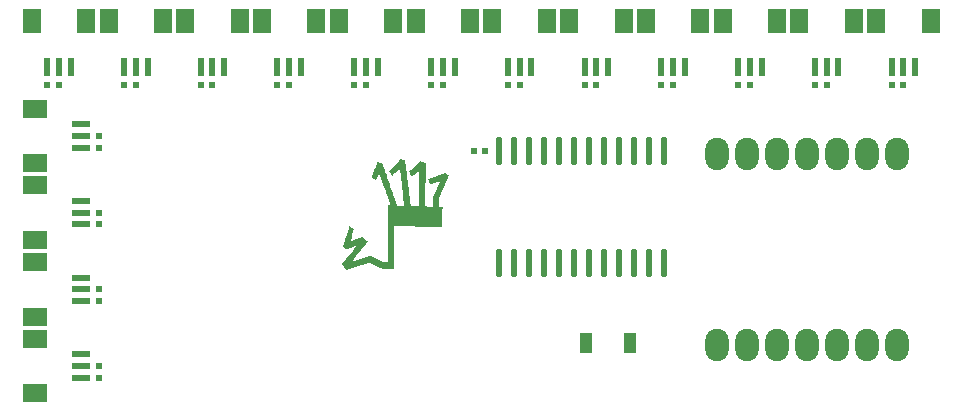
<source format=gbr>
%TF.GenerationSoftware,KiCad,Pcbnew,8.0.1*%
%TF.CreationDate,2025-02-04T00:39:20-05:00*%
%TF.ProjectId,glove-v3-right,676c6f76-652d-4763-932d-72696768742e,rev?*%
%TF.SameCoordinates,Original*%
%TF.FileFunction,Paste,Top*%
%TF.FilePolarity,Positive*%
%FSLAX46Y46*%
G04 Gerber Fmt 4.6, Leading zero omitted, Abs format (unit mm)*
G04 Created by KiCad (PCBNEW 8.0.1) date 2025-02-04 00:39:20*
%MOMM*%
%LPD*%
G01*
G04 APERTURE LIST*
G04 Aperture macros list*
%AMRoundRect*
0 Rectangle with rounded corners*
0 $1 Rounding radius*
0 $2 $3 $4 $5 $6 $7 $8 $9 X,Y pos of 4 corners*
0 Add a 4 corners polygon primitive as box body*
4,1,4,$2,$3,$4,$5,$6,$7,$8,$9,$2,$3,0*
0 Add four circle primitives for the rounded corners*
1,1,$1+$1,$2,$3*
1,1,$1+$1,$4,$5*
1,1,$1+$1,$6,$7*
1,1,$1+$1,$8,$9*
0 Add four rect primitives between the rounded corners*
20,1,$1+$1,$2,$3,$4,$5,0*
20,1,$1+$1,$4,$5,$6,$7,0*
20,1,$1+$1,$6,$7,$8,$9,0*
20,1,$1+$1,$8,$9,$2,$3,0*%
G04 Aperture macros list end*
%ADD10C,0.000000*%
%ADD11R,0.600000X0.600000*%
%ADD12R,0.600000X1.550000*%
%ADD13R,1.500000X2.000000*%
%ADD14R,1.550000X0.600000*%
%ADD15R,2.000000X1.500000*%
%ADD16R,1.000000X1.800000*%
%ADD17RoundRect,1.000000X-0.000010X0.375000X-0.000010X-0.375000X0.000010X-0.375000X0.000010X0.375000X0*%
%ADD18O,0.570000X2.390000*%
G04 APERTURE END LIST*
D10*
%TO.C,G\u002A\u002A\u002A*%
G36*
X134137939Y-38143479D02*
G01*
X134168748Y-38153583D01*
X134213651Y-38168904D01*
X134269003Y-38188204D01*
X134320038Y-38206272D01*
X134387670Y-38230584D01*
X134436915Y-38249085D01*
X134470880Y-38263360D01*
X134492672Y-38274993D01*
X134505397Y-38285567D01*
X134512161Y-38296667D01*
X134515043Y-38305713D01*
X134517345Y-38320414D01*
X134522272Y-38356484D01*
X134529674Y-38412730D01*
X134539400Y-38487961D01*
X134551302Y-38580986D01*
X134565229Y-38690614D01*
X134581031Y-38815653D01*
X134598559Y-38954912D01*
X134617661Y-39107199D01*
X134638190Y-39271324D01*
X134659993Y-39446095D01*
X134682922Y-39630320D01*
X134706827Y-39822808D01*
X134731557Y-40022369D01*
X134756963Y-40227810D01*
X134758051Y-40236614D01*
X134783437Y-40441824D01*
X134808139Y-40640933D01*
X134832009Y-40832771D01*
X134854899Y-41016167D01*
X134876661Y-41189952D01*
X134897145Y-41352954D01*
X134916205Y-41504005D01*
X134933690Y-41641934D01*
X134949454Y-41765570D01*
X134963347Y-41873743D01*
X134975222Y-41965284D01*
X134984929Y-42039021D01*
X134992321Y-42093785D01*
X134997248Y-42128406D01*
X134999564Y-42141713D01*
X134999620Y-42141812D01*
X135012234Y-42144074D01*
X135044012Y-42146936D01*
X135091446Y-42150236D01*
X135151026Y-42153814D01*
X135219246Y-42157507D01*
X135292596Y-42161155D01*
X135367569Y-42164595D01*
X135440657Y-42167667D01*
X135508350Y-42170209D01*
X135567142Y-42172059D01*
X135613523Y-42173056D01*
X135643986Y-42173039D01*
X135654956Y-42171970D01*
X135655801Y-42160265D01*
X135657084Y-42127444D01*
X135658769Y-42075114D01*
X135660820Y-42004880D01*
X135663200Y-41918347D01*
X135665873Y-41817121D01*
X135668801Y-41702807D01*
X135671949Y-41577010D01*
X135675280Y-41441336D01*
X135678757Y-41297390D01*
X135682344Y-41146778D01*
X135686003Y-40991106D01*
X135689699Y-40831977D01*
X135693395Y-40670999D01*
X135697054Y-40509776D01*
X135700640Y-40349914D01*
X135704116Y-40193018D01*
X135707445Y-40040694D01*
X135710592Y-39894547D01*
X135713519Y-39756183D01*
X135716189Y-39627206D01*
X135718567Y-39509223D01*
X135720615Y-39403838D01*
X135722298Y-39312658D01*
X135723577Y-39237287D01*
X135724418Y-39179332D01*
X135724783Y-39140397D01*
X135724636Y-39122087D01*
X135724483Y-39120853D01*
X135715020Y-39126772D01*
X135689743Y-39145304D01*
X135650635Y-39174921D01*
X135599680Y-39214099D01*
X135538861Y-39261311D01*
X135470161Y-39315032D01*
X135395564Y-39373736D01*
X135389540Y-39378493D01*
X135314317Y-39437715D01*
X135244620Y-39492237D01*
X135182471Y-39540504D01*
X135129893Y-39580959D01*
X135088909Y-39612047D01*
X135061542Y-39632212D01*
X135049814Y-39639898D01*
X135049638Y-39639929D01*
X135042027Y-39630188D01*
X135026916Y-39603546D01*
X135006139Y-39563825D01*
X134981531Y-39514848D01*
X134954923Y-39460438D01*
X134928152Y-39404417D01*
X134903049Y-39350608D01*
X134881450Y-39302834D01*
X134865188Y-39264918D01*
X134856096Y-39240683D01*
X134854921Y-39234022D01*
X134857810Y-39230081D01*
X134865341Y-39222052D01*
X134878527Y-39208999D01*
X134898380Y-39189982D01*
X134925914Y-39164063D01*
X134962143Y-39130305D01*
X135008078Y-39087769D01*
X135064734Y-39035517D01*
X135133123Y-38972611D01*
X135214259Y-38898112D01*
X135309154Y-38811083D01*
X135418821Y-38710585D01*
X135542054Y-38597715D01*
X135804608Y-38357280D01*
X136019369Y-38425826D01*
X136085780Y-38447332D01*
X136144886Y-38467061D01*
X136193214Y-38483804D01*
X136227288Y-38496355D01*
X136243637Y-38503507D01*
X136244322Y-38504016D01*
X136245781Y-38516738D01*
X136246876Y-38551008D01*
X136247609Y-38605649D01*
X136247984Y-38679484D01*
X136248005Y-38771334D01*
X136247676Y-38880022D01*
X136246999Y-39004370D01*
X136245979Y-39143202D01*
X136244618Y-39295338D01*
X136242921Y-39459601D01*
X136240939Y-39630842D01*
X136238117Y-39858902D01*
X136235420Y-40067271D01*
X136232790Y-40258988D01*
X136230171Y-40437093D01*
X136227506Y-40604622D01*
X136224738Y-40764616D01*
X136221811Y-40920112D01*
X136218667Y-41074149D01*
X136215251Y-41229765D01*
X136211505Y-41389999D01*
X136207373Y-41557890D01*
X136202798Y-41736475D01*
X136198716Y-41891484D01*
X136190976Y-42182596D01*
X136517245Y-42191013D01*
X136600999Y-42193006D01*
X136677134Y-42194497D01*
X136742754Y-42195455D01*
X136794965Y-42195848D01*
X136830872Y-42195647D01*
X136847581Y-42194820D01*
X136848389Y-42194555D01*
X136849878Y-42182455D01*
X136851913Y-42150262D01*
X136854381Y-42100602D01*
X136857165Y-42036100D01*
X136860153Y-41959384D01*
X136863229Y-41873079D01*
X136865769Y-41795973D01*
X136878274Y-41402265D01*
X137188115Y-40705793D01*
X137240573Y-40587578D01*
X137290011Y-40475589D01*
X137335694Y-40371530D01*
X137376885Y-40277107D01*
X137412847Y-40194025D01*
X137442845Y-40123987D01*
X137466143Y-40068699D01*
X137482004Y-40029867D01*
X137489692Y-40009193D01*
X137490221Y-40006188D01*
X137478137Y-40009092D01*
X137446913Y-40018699D01*
X137398873Y-40034237D01*
X137336343Y-40054935D01*
X137261647Y-40080020D01*
X137177110Y-40108722D01*
X137085057Y-40140267D01*
X137052484Y-40151495D01*
X136958428Y-40183680D01*
X136871072Y-40213026D01*
X136792740Y-40238792D01*
X136725758Y-40260238D01*
X136672451Y-40276624D01*
X136635142Y-40287210D01*
X136616157Y-40291255D01*
X136614284Y-40291005D01*
X136605491Y-40275133D01*
X136591573Y-40242721D01*
X136573913Y-40197720D01*
X136553900Y-40144080D01*
X136532917Y-40085753D01*
X136512351Y-40026689D01*
X136493586Y-39970839D01*
X136478009Y-39922153D01*
X136467006Y-39884582D01*
X136461961Y-39862077D01*
X136462256Y-39857527D01*
X136474442Y-39852031D01*
X136506115Y-39839229D01*
X136555483Y-39819810D01*
X136620756Y-39794463D01*
X136700144Y-39763877D01*
X136791856Y-39728742D01*
X136894101Y-39689746D01*
X137005089Y-39647577D01*
X137123029Y-39602926D01*
X137173274Y-39583949D01*
X137873761Y-39319578D01*
X138036988Y-39418629D01*
X138091134Y-39451529D01*
X138138045Y-39480113D01*
X138174467Y-39502394D01*
X138197147Y-39516381D01*
X138203183Y-39520234D01*
X138199305Y-39530839D01*
X138187200Y-39560924D01*
X138167479Y-39609028D01*
X138140749Y-39673691D01*
X138107620Y-39753451D01*
X138068701Y-39846847D01*
X138024601Y-39952418D01*
X137975928Y-40068703D01*
X137923293Y-40194240D01*
X137867304Y-40327568D01*
X137808570Y-40467227D01*
X137797556Y-40493393D01*
X137388961Y-41463997D01*
X137381935Y-41810619D01*
X137380008Y-41898262D01*
X137377938Y-41979442D01*
X137375823Y-42051130D01*
X137373764Y-42110291D01*
X137371861Y-42153896D01*
X137370212Y-42178911D01*
X137369694Y-42182811D01*
X137368429Y-42197667D01*
X137375910Y-42205288D01*
X137397264Y-42208080D01*
X137424361Y-42208450D01*
X137465481Y-42209422D01*
X137518595Y-42211924D01*
X137573061Y-42215441D01*
X137579642Y-42215943D01*
X137675043Y-42223369D01*
X137667734Y-42599432D01*
X137665831Y-42700102D01*
X137663692Y-42817960D01*
X137661412Y-42947469D01*
X137659087Y-43083090D01*
X137656811Y-43219285D01*
X137654679Y-43350517D01*
X137653004Y-43457149D01*
X137645584Y-43938801D01*
X137422855Y-43931347D01*
X137378969Y-43929973D01*
X137314349Y-43928084D01*
X137230985Y-43925734D01*
X137130863Y-43922976D01*
X137015974Y-43919862D01*
X136888305Y-43916447D01*
X136749845Y-43912784D01*
X136602583Y-43908924D01*
X136448507Y-43904922D01*
X136289605Y-43900831D01*
X136127866Y-43896704D01*
X136097754Y-43895939D01*
X135930398Y-43891686D01*
X135761764Y-43887383D01*
X135594260Y-43883091D01*
X135430295Y-43878875D01*
X135272278Y-43874795D01*
X135122619Y-43870915D01*
X134983725Y-43867297D01*
X134858007Y-43864003D01*
X134747873Y-43861096D01*
X134655733Y-43858638D01*
X134586255Y-43856755D01*
X134475359Y-43853719D01*
X134357125Y-43850497D01*
X134237113Y-43847239D01*
X134120884Y-43844096D01*
X134013997Y-43841218D01*
X133922012Y-43838756D01*
X133890170Y-43837909D01*
X133603213Y-43830294D01*
X133601792Y-44814953D01*
X133601547Y-44962692D01*
X133601251Y-45103971D01*
X133600910Y-45237129D01*
X133600532Y-45360507D01*
X133600124Y-45472444D01*
X133599694Y-45571281D01*
X133599247Y-45655359D01*
X133598792Y-45723016D01*
X133598335Y-45772594D01*
X133597883Y-45802432D01*
X133597530Y-45810977D01*
X133597041Y-45823953D01*
X133596539Y-45857819D01*
X133596034Y-45910735D01*
X133595536Y-45980860D01*
X133595053Y-46066356D01*
X133594596Y-46165383D01*
X133594175Y-46276100D01*
X133593798Y-46396668D01*
X133593475Y-46525247D01*
X133593269Y-46629232D01*
X133591848Y-47436122D01*
X133110032Y-47436122D01*
X132628217Y-47436122D01*
X132063200Y-47184686D01*
X131498183Y-46933249D01*
X131451167Y-46947221D01*
X131431832Y-46953142D01*
X131392870Y-46965223D01*
X131336287Y-46982837D01*
X131264092Y-47005354D01*
X131178290Y-47032145D01*
X131080890Y-47062583D01*
X130973898Y-47096038D01*
X130859321Y-47131882D01*
X130739167Y-47169486D01*
X130615442Y-47208222D01*
X130490155Y-47247460D01*
X130365310Y-47286573D01*
X130242917Y-47324931D01*
X130124982Y-47361906D01*
X130013512Y-47396869D01*
X129910514Y-47429191D01*
X129817995Y-47458245D01*
X129737963Y-47483400D01*
X129672425Y-47504030D01*
X129623386Y-47519504D01*
X129592856Y-47529194D01*
X129584357Y-47531937D01*
X129537448Y-47547441D01*
X129411872Y-47369612D01*
X129367786Y-47307201D01*
X129323739Y-47244878D01*
X129283147Y-47187476D01*
X129249432Y-47139831D01*
X129229262Y-47111362D01*
X129172229Y-47030941D01*
X129803430Y-46243991D01*
X129896777Y-46127498D01*
X129985859Y-46016112D01*
X130069671Y-45911100D01*
X130147211Y-45813728D01*
X130217475Y-45725265D01*
X130279459Y-45646977D01*
X130332161Y-45580132D01*
X130374575Y-45525997D01*
X130405700Y-45485839D01*
X130424532Y-45460925D01*
X130430124Y-45452534D01*
X130419009Y-45455770D01*
X130389161Y-45466889D01*
X130342816Y-45484999D01*
X130282207Y-45509203D01*
X130209568Y-45538607D01*
X130127132Y-45572317D01*
X130037134Y-45609437D01*
X130000031Y-45624826D01*
X129906601Y-45663625D01*
X129818999Y-45699979D01*
X129739613Y-45732898D01*
X129670829Y-45761393D01*
X129615037Y-45784476D01*
X129574623Y-45801158D01*
X129551976Y-45810448D01*
X129548692Y-45811770D01*
X129537009Y-45813979D01*
X129522763Y-45810362D01*
X129503082Y-45798981D01*
X129475098Y-45777898D01*
X129435938Y-45745173D01*
X129386746Y-45702390D01*
X129340509Y-45661351D01*
X129300945Y-45625354D01*
X129270957Y-45597112D01*
X129253446Y-45579336D01*
X129250128Y-45574750D01*
X129253293Y-45561257D01*
X129262689Y-45528345D01*
X129277688Y-45478010D01*
X129297658Y-45412253D01*
X129321969Y-45333071D01*
X129349991Y-45242464D01*
X129381093Y-45142429D01*
X129414645Y-45034966D01*
X129450015Y-44922073D01*
X129486575Y-44805748D01*
X129523693Y-44687989D01*
X129560738Y-44570797D01*
X129597081Y-44456168D01*
X129632091Y-44346102D01*
X129665137Y-44242597D01*
X129695588Y-44147651D01*
X129722816Y-44063264D01*
X129746188Y-43991434D01*
X129765075Y-43934158D01*
X129778846Y-43893437D01*
X129786870Y-43871268D01*
X129788641Y-43867698D01*
X129800830Y-43873287D01*
X129829459Y-43888959D01*
X129871537Y-43912998D01*
X129924076Y-43943689D01*
X129984087Y-43979316D01*
X130005995Y-43992449D01*
X130213716Y-44117278D01*
X130049930Y-44618986D01*
X130016761Y-44720912D01*
X129986004Y-44816055D01*
X129958336Y-44902272D01*
X129934436Y-44977421D01*
X129914980Y-45039361D01*
X129900648Y-45085950D01*
X129892116Y-45115045D01*
X129889967Y-45124517D01*
X129900871Y-45120995D01*
X129930543Y-45109386D01*
X129976862Y-45090570D01*
X130037709Y-45065426D01*
X130110967Y-45034834D01*
X130194514Y-44999673D01*
X130286233Y-44960823D01*
X130358410Y-44930091D01*
X130823030Y-44731842D01*
X131082338Y-44926091D01*
X131149037Y-44976397D01*
X131209381Y-45022567D01*
X131261076Y-45062791D01*
X131301827Y-45095262D01*
X131329339Y-45118171D01*
X131341316Y-45129708D01*
X131341647Y-45130468D01*
X131334697Y-45140591D01*
X131314492Y-45167220D01*
X131282001Y-45209130D01*
X131238192Y-45265097D01*
X131184032Y-45333896D01*
X131120491Y-45414304D01*
X131048535Y-45505096D01*
X130969133Y-45605048D01*
X130883254Y-45712936D01*
X130791864Y-45827536D01*
X130695933Y-45947623D01*
X130653859Y-46000228D01*
X130556396Y-46122135D01*
X130463133Y-46238968D01*
X130375030Y-46349514D01*
X130293048Y-46452561D01*
X130218147Y-46546896D01*
X130151287Y-46631304D01*
X130093429Y-46704575D01*
X130045532Y-46765493D01*
X130008557Y-46812847D01*
X129983464Y-46845423D01*
X129971214Y-46862009D01*
X129970136Y-46863926D01*
X129981288Y-46861029D01*
X130012231Y-46851352D01*
X130061253Y-46835467D01*
X130126636Y-46813945D01*
X130206666Y-46787357D01*
X130299627Y-46756275D01*
X130403805Y-46721271D01*
X130517484Y-46682916D01*
X130638949Y-46641781D01*
X130742639Y-46606554D01*
X130869525Y-46563453D01*
X130990279Y-46522571D01*
X131103152Y-46484489D01*
X131206398Y-46449792D01*
X131298270Y-46419061D01*
X131377020Y-46392881D01*
X131440902Y-46371833D01*
X131488168Y-46356502D01*
X131517072Y-46347470D01*
X131525802Y-46345172D01*
X131538693Y-46349724D01*
X131570333Y-46362784D01*
X131618764Y-46383495D01*
X131682025Y-46410998D01*
X131758158Y-46444433D01*
X131845202Y-46482943D01*
X131941199Y-46525669D01*
X132044189Y-46571752D01*
X132096382Y-46595194D01*
X132652236Y-46845160D01*
X132836700Y-46845160D01*
X133021164Y-46845160D01*
X133027896Y-46734355D01*
X133028606Y-46711881D01*
X133029361Y-46667839D01*
X133030152Y-46603387D01*
X133030974Y-46519686D01*
X133031820Y-46417896D01*
X133032683Y-46299176D01*
X133033558Y-46164688D01*
X133034438Y-46015591D01*
X133035315Y-45853044D01*
X133036184Y-45678209D01*
X133037039Y-45492245D01*
X133037872Y-45296312D01*
X133038677Y-45091570D01*
X133039448Y-44879179D01*
X133040178Y-44660300D01*
X133040861Y-44436091D01*
X133040976Y-44396078D01*
X133041645Y-44172155D01*
X133042356Y-43953984D01*
X133043104Y-43742677D01*
X133043883Y-43539350D01*
X133044686Y-43345118D01*
X133045508Y-43161095D01*
X133046341Y-42988396D01*
X133047180Y-42828136D01*
X133048019Y-42681428D01*
X133048852Y-42549389D01*
X133049672Y-42433132D01*
X133050473Y-42333773D01*
X133051250Y-42252425D01*
X133051995Y-42190205D01*
X133052703Y-42148225D01*
X133053368Y-42127602D01*
X133053515Y-42125988D01*
X133059707Y-42083371D01*
X133173571Y-42083371D01*
X133225953Y-42082871D01*
X133259133Y-42081016D01*
X133276622Y-42077266D01*
X133281933Y-42071084D01*
X133281118Y-42066911D01*
X133276517Y-42054341D01*
X133264644Y-42021708D01*
X133245974Y-41970323D01*
X133220981Y-41901491D01*
X133190141Y-41816520D01*
X133153926Y-41716718D01*
X133112811Y-41603393D01*
X133067272Y-41477852D01*
X133017781Y-41341402D01*
X132964814Y-41195351D01*
X132908845Y-41041007D01*
X132850349Y-40879677D01*
X132795620Y-40728723D01*
X132735279Y-40562336D01*
X132677043Y-40401848D01*
X132621383Y-40248557D01*
X132568774Y-40103763D01*
X132519688Y-39968764D01*
X132474598Y-39844860D01*
X132433978Y-39733349D01*
X132398301Y-39635530D01*
X132368040Y-39552703D01*
X132343667Y-39486165D01*
X132325657Y-39437216D01*
X132314481Y-39407155D01*
X132310649Y-39397307D01*
X132304151Y-39404356D01*
X132288782Y-39429162D01*
X132265944Y-39469210D01*
X132237042Y-39521981D01*
X132203478Y-39584959D01*
X132167035Y-39654890D01*
X132130034Y-39726295D01*
X132096271Y-39790793D01*
X132067180Y-39845696D01*
X132044193Y-39888321D01*
X132028745Y-39915981D01*
X132022334Y-39925965D01*
X132010918Y-39921170D01*
X131984786Y-39905225D01*
X131947414Y-39880604D01*
X131902283Y-39849777D01*
X131852870Y-39815217D01*
X131802654Y-39779397D01*
X131755114Y-39744787D01*
X131713728Y-39713861D01*
X131681974Y-39689091D01*
X131663332Y-39672948D01*
X131659884Y-39668382D01*
X131663994Y-39656045D01*
X131675939Y-39624570D01*
X131694957Y-39575861D01*
X131720292Y-39511821D01*
X131751184Y-39434355D01*
X131786874Y-39345366D01*
X131826603Y-39246760D01*
X131869613Y-39140440D01*
X131905573Y-39051849D01*
X131958279Y-38922384D01*
X132003234Y-38812471D01*
X132041131Y-38720557D01*
X132072663Y-38645090D01*
X132098521Y-38584520D01*
X132119398Y-38537294D01*
X132135988Y-38501861D01*
X132148981Y-38476670D01*
X132159071Y-38460167D01*
X132166951Y-38450802D01*
X132173313Y-38447023D01*
X132175627Y-38446728D01*
X132199345Y-38447802D01*
X132238436Y-38450675D01*
X132288381Y-38454904D01*
X132344662Y-38460049D01*
X132402761Y-38465667D01*
X132458160Y-38471316D01*
X132506341Y-38476556D01*
X132542786Y-38480944D01*
X132562978Y-38484039D01*
X132565517Y-38484840D01*
X132569733Y-38495915D01*
X132581056Y-38527335D01*
X132599096Y-38577989D01*
X132623462Y-38646767D01*
X132653764Y-38732556D01*
X132689611Y-38834247D01*
X132730613Y-38950727D01*
X132776377Y-39080885D01*
X132826515Y-39223611D01*
X132880635Y-39377793D01*
X132938346Y-39542319D01*
X132999258Y-39716079D01*
X133062980Y-39897961D01*
X133129122Y-40086855D01*
X133197292Y-40281648D01*
X133201983Y-40295055D01*
X133270242Y-40490150D01*
X133336461Y-40679391D01*
X133400253Y-40861671D01*
X133461228Y-41035880D01*
X133518999Y-41200909D01*
X133573177Y-41355650D01*
X133623374Y-41498994D01*
X133669201Y-41629832D01*
X133710270Y-41747055D01*
X133746192Y-41849555D01*
X133776580Y-41936222D01*
X133801045Y-42005949D01*
X133819198Y-42057626D01*
X133830652Y-42090145D01*
X133835017Y-42102397D01*
X133835048Y-42102467D01*
X133846312Y-42103324D01*
X133877280Y-42104677D01*
X133924934Y-42106420D01*
X133986258Y-42108450D01*
X134058233Y-42110660D01*
X134128983Y-42112699D01*
X134219608Y-42115073D01*
X134289937Y-42116467D01*
X134342383Y-42116820D01*
X134379363Y-42116066D01*
X134403289Y-42114142D01*
X134416577Y-42110985D01*
X134421641Y-42106530D01*
X134421916Y-42104967D01*
X134420817Y-42090028D01*
X134417406Y-42054298D01*
X134411856Y-41999356D01*
X134404341Y-41926778D01*
X134395031Y-41838140D01*
X134384100Y-41735019D01*
X134371719Y-41618993D01*
X134358062Y-41491638D01*
X134343299Y-41354531D01*
X134327605Y-41209249D01*
X134311150Y-41057368D01*
X134294108Y-40900465D01*
X134276651Y-40740118D01*
X134258951Y-40577902D01*
X134241180Y-40415395D01*
X134223511Y-40254174D01*
X134206116Y-40095814D01*
X134189167Y-39941895D01*
X134172837Y-39793990D01*
X134157298Y-39653679D01*
X134142723Y-39522538D01*
X134129284Y-39402142D01*
X134117152Y-39294070D01*
X134106502Y-39199898D01*
X134097503Y-39121202D01*
X134090331Y-39059561D01*
X134085155Y-39016549D01*
X134082150Y-38993745D01*
X134081503Y-38990398D01*
X134071510Y-38995569D01*
X134046425Y-39013795D01*
X134008420Y-39043345D01*
X133959667Y-39082491D01*
X133902338Y-39129502D01*
X133838605Y-39182650D01*
X133813459Y-39203842D01*
X133743120Y-39263256D01*
X133674275Y-39321346D01*
X133609999Y-39375522D01*
X133553369Y-39423194D01*
X133507460Y-39461770D01*
X133475347Y-39488660D01*
X133471782Y-39491633D01*
X133391492Y-39558511D01*
X133286538Y-39360788D01*
X133181584Y-39163065D01*
X133648861Y-38651450D01*
X133732139Y-38560424D01*
X133810948Y-38474576D01*
X133883947Y-38395351D01*
X133949792Y-38324191D01*
X134007142Y-38262539D01*
X134054654Y-38211838D01*
X134090985Y-38173531D01*
X134114793Y-38149061D01*
X134124736Y-38139870D01*
X134124869Y-38139836D01*
X134137939Y-38143479D01*
G37*
%TD*%
D11*
%TO.C,C11*%
X150700000Y-31900000D03*
X149700000Y-31900000D03*
%TD*%
%TO.C,C14*%
X170200000Y-31900000D03*
X169200000Y-31900000D03*
%TD*%
%TO.C,C15*%
X176700000Y-31900000D03*
X175700000Y-31900000D03*
%TD*%
D12*
%TO.C,H13*%
X164700000Y-30380000D03*
X163700000Y-30380000D03*
X162700000Y-30380000D03*
D13*
X161400000Y-26500000D03*
X166000000Y-26500000D03*
%TD*%
D12*
%TO.C,H9*%
X138700000Y-30380000D03*
X137700000Y-30380000D03*
X136700000Y-30380000D03*
D13*
X135400000Y-26500000D03*
X140000000Y-26500000D03*
%TD*%
D12*
%TO.C,H14*%
X171200000Y-30380000D03*
X170200000Y-30380000D03*
X169200000Y-30380000D03*
D13*
X167900000Y-26500000D03*
X172500000Y-26500000D03*
%TD*%
D14*
%TO.C,H2*%
X107040000Y-41700000D03*
X107040000Y-42700000D03*
X107040000Y-43700000D03*
D15*
X103160000Y-45000000D03*
X103160000Y-40400000D03*
%TD*%
D11*
%TO.C,C3*%
X108600000Y-36200000D03*
X108600000Y-37200000D03*
%TD*%
%TO.C,C5*%
X111700000Y-31900000D03*
X110700000Y-31900000D03*
%TD*%
D14*
%TO.C,H3*%
X107040000Y-35200000D03*
X107040000Y-36200000D03*
X107040000Y-37200000D03*
D15*
X103160000Y-38500000D03*
X103160000Y-33900000D03*
%TD*%
D11*
%TO.C,C0*%
X108600000Y-55700000D03*
X108600000Y-56700000D03*
%TD*%
D16*
%TO.C,U3*%
X153550000Y-53700000D03*
X149850000Y-53700000D03*
%TD*%
D11*
%TO.C,C9*%
X137700000Y-31900000D03*
X136700000Y-31900000D03*
%TD*%
%TO.C,C4*%
X105200000Y-31900000D03*
X104200000Y-31900000D03*
%TD*%
D12*
%TO.C,H10*%
X145200000Y-30380000D03*
X144200000Y-30380000D03*
X143200000Y-30380000D03*
D13*
X141900000Y-26500000D03*
X146500000Y-26500000D03*
%TD*%
D12*
%TO.C,H12*%
X158200000Y-30380000D03*
X157200000Y-30380000D03*
X156200000Y-30380000D03*
D13*
X154900000Y-26500000D03*
X159500000Y-26500000D03*
%TD*%
D11*
%TO.C,C12*%
X157200000Y-31900000D03*
X156200000Y-31900000D03*
%TD*%
D14*
%TO.C,H1*%
X107040000Y-48200000D03*
X107040000Y-49200000D03*
X107040000Y-50200000D03*
D15*
X103160000Y-51500000D03*
X103160000Y-46900000D03*
%TD*%
D11*
%TO.C,C8*%
X131200000Y-31900000D03*
X130200000Y-31900000D03*
%TD*%
%TO.C,C1*%
X108600000Y-49200000D03*
X108600000Y-50200000D03*
%TD*%
D17*
%TO.C,U1*%
X176134400Y-37765800D03*
X173594400Y-37765800D03*
X171054400Y-37765800D03*
X168514400Y-37765800D03*
X165974400Y-37765800D03*
X163434400Y-37765800D03*
X160894400Y-37765800D03*
X160894400Y-53930800D03*
X163434400Y-53930800D03*
X165974400Y-53930800D03*
X168514400Y-53930800D03*
X171054400Y-53930800D03*
X173594400Y-53930800D03*
X176134400Y-53930800D03*
%TD*%
D11*
%TO.C,C2*%
X108600000Y-42700000D03*
X108600000Y-43700000D03*
%TD*%
%TO.C,C13*%
X163700000Y-31900000D03*
X162700000Y-31900000D03*
%TD*%
%TO.C,C6*%
X118200000Y-31900000D03*
X117200000Y-31900000D03*
%TD*%
D12*
%TO.C,H11*%
X151700000Y-30380000D03*
X150700000Y-30380000D03*
X149700000Y-30380000D03*
D13*
X148400000Y-26500000D03*
X153000000Y-26500000D03*
%TD*%
D18*
%TO.C,U2*%
X142460000Y-46940000D03*
X143730000Y-46940000D03*
X145000000Y-46940000D03*
X146270000Y-46940000D03*
X147540000Y-46940000D03*
X148820000Y-46940000D03*
X150080000Y-46940000D03*
X151350000Y-46940000D03*
X152620000Y-46940000D03*
X153890000Y-46940000D03*
X155160000Y-46940000D03*
X156440000Y-46940000D03*
X156440000Y-37460000D03*
X155160000Y-37460000D03*
X153890000Y-37460000D03*
X152620000Y-37460000D03*
X151350000Y-37460000D03*
X150080000Y-37460000D03*
X148820000Y-37460000D03*
X147540000Y-37460000D03*
X146270000Y-37460000D03*
X145000000Y-37460000D03*
X143730000Y-37460000D03*
X142460000Y-37460000D03*
%TD*%
D12*
%TO.C,H6*%
X119200000Y-30380000D03*
X118200000Y-30380000D03*
X117200000Y-30380000D03*
D13*
X115900000Y-26500000D03*
X120500000Y-26500000D03*
%TD*%
D12*
%TO.C,H7*%
X125700000Y-30380000D03*
X124700000Y-30380000D03*
X123700000Y-30380000D03*
D13*
X122400000Y-26500000D03*
X127000000Y-26500000D03*
%TD*%
D12*
%TO.C,H5*%
X112700000Y-30380000D03*
X111700000Y-30380000D03*
X110700000Y-30380000D03*
D13*
X109400000Y-26500000D03*
X114000000Y-26500000D03*
%TD*%
D12*
%TO.C,H4*%
X106200000Y-30380000D03*
X105200000Y-30380000D03*
X104200000Y-30380000D03*
D13*
X102900000Y-26500000D03*
X107500000Y-26500000D03*
%TD*%
D14*
%TO.C,H0*%
X107052500Y-54700000D03*
X107052500Y-55700000D03*
X107052500Y-56700000D03*
D15*
X103172500Y-58000000D03*
X103172500Y-53400000D03*
%TD*%
D12*
%TO.C,H8*%
X132200000Y-30380000D03*
X131200000Y-30380000D03*
X130200000Y-30380000D03*
D13*
X128900000Y-26500000D03*
X133500000Y-26500000D03*
%TD*%
D11*
%TO.C,C10*%
X144200000Y-31900000D03*
X143200000Y-31900000D03*
%TD*%
D12*
%TO.C,H15*%
X177700000Y-30380000D03*
X176700000Y-30380000D03*
X175700000Y-30380000D03*
D13*
X174400000Y-26500000D03*
X179000000Y-26500000D03*
%TD*%
D11*
%TO.C,C16*%
X141300000Y-37460000D03*
X140300000Y-37460000D03*
%TD*%
%TO.C,C7*%
X124700000Y-31900000D03*
X123700000Y-31900000D03*
%TD*%
M02*

</source>
